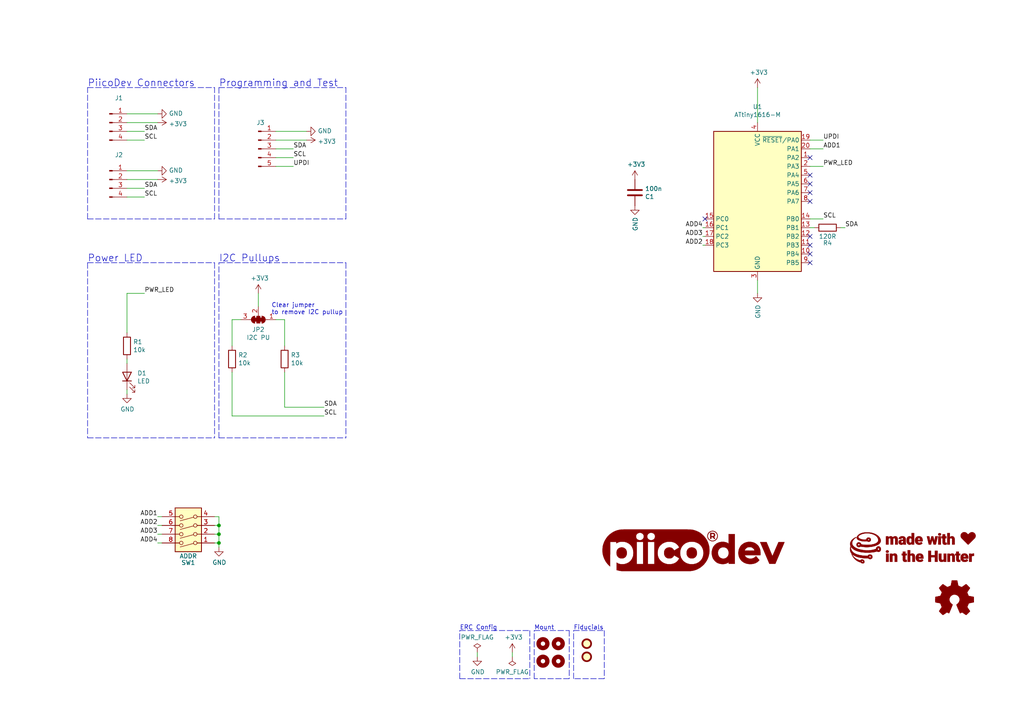
<source format=kicad_sch>
(kicad_sch (version 20211123) (generator eeschema)
  (paper "A4")
  (title_block (title "PiicoDev Radio") (rev "00") (company "Core Electronics") (comment 1 "Designed by Peter Johnston at") (comment 2 "PiicoDev and the PiicoDev logo are trademarks of Core Electronics Pty Ltd.") (comment 3 "License: CCASAv4.0 http://creativecommons.org/licenses/by-sa/4.0"))
  (lib_symbols
    (symbol "Connector:Conn_01x04_Male" (pin_names (offset 1.016) hide)
      (property "Reference" "J" (at 0 5.08 0))
      (property "Value" "Conn_01x04_Male" (at 0 -7.62 0))
      (symbol "Conn_01x04_Male_1_1"
        (pin passive line (at 5.08 2.54 180) (length 3.81) (name "Pin_1") (number "1"))
        (pin passive line (at 5.08 0 180) (length 3.81) (name "Pin_2") (number "2"))
        (pin passive line (at 5.08 -2.54 180) (length 3.81) (name "Pin_3") (number "3"))
        (pin passive line (at 5.08 -5.08 180) (length 3.81) (name "Pin_4") (number "4"))
      )
    )
    (symbol "Connector:Conn_01x05_Male" (pin_names (offset 1.016) hide)
      (property "Reference" "J" (at 0 7.62 0))
      (property "Value" "Conn_01x05_Male" (at 0 -7.62 0))
      (symbol "Conn_01x05_Male_1_1"
        (pin passive line (at 5.08 5.08 180) (length 3.81) (name "Pin_1") (number "1"))
        (pin passive line (at 5.08 2.54 180) (length 3.81) (name "Pin_2") (number "2"))
        (pin passive line (at 5.08 0 180) (length 3.81) (name "Pin_3") (number "3"))
        (pin passive line (at 5.08 -2.54 180) (length 3.81) (name "Pin_4") (number "4"))
        (pin passive line (at 5.08 -5.08 180) (length 3.81) (name "Pin_5") (number "5"))
      )
    )
    (symbol "CoreElectronics_Artwork:LOGO_CoreElectronics_no-text" (pin_names (offset 1.016)))
    (symbol "CoreElectronics_Artwork:LOGO_PiicoDev" (pin_names (offset 1.016)))
    (symbol "CoreElectronics_Artwork:LOGO_made-with-love" (pin_names (offset 1.016)))
    (symbol "Device:C" (pin_numbers hide) (pin_names (offset 0.254))
      (property "Reference" "C" (at 0.635 2.54 0))
      (property "Value" "C" (at 0.635 -2.54 0))
      (symbol "C_1_1"
        (pin passive line (at 0 3.81 270) (length 2.794) (name "~") (number "1"))
        (pin passive line (at 0 -3.81 90) (length 2.794) (name "~") (number "2"))
      )
    )
    (symbol "Device:LED" (pin_numbers hide) (pin_names (offset 1.016) hide)
      (property "Reference" "D" (at 0 2.54 0))
      (property "Value" "LED" (at 0 -2.54 0))
      (symbol "LED_1_1"
        (pin passive line (at -3.81 0 0) (length 2.54) (name "K") (number "1"))
        (pin passive line (at 3.81 0 180) (length 2.54) (name "A") (number "2"))
      )
    )
    (symbol "Device:R" (pin_numbers hide) (pin_names (offset 0))
      (property "Reference" "R" (at 2.032 0 90))
      (property "Value" "R" (at 0 0 90))
      (symbol "R_1_1"
        (pin passive line (at 0 3.81 270) (length 1.27) (name "~") (number "1"))
        (pin passive line (at 0 -3.81 90) (length 1.27) (name "~") (number "2"))
      )
    )
    (symbol "Graphic:Logo_Open_Hardware_Small" (pin_names (offset 1.016)))
    (symbol "Jumper:SolderJumper_3_Bridged123" (pin_names (offset 0) hide)
      (property "Reference" "JP" (at -2.54 -2.54 0))
      (property "Value" "SolderJumper_3_Bridged123" (at 0 2.794 0))
      (symbol "SolderJumper_3_Bridged123_1_1"
        (pin passive line (at -5.08 0 0) (length 2.54) (name "A") (number "1"))
        (pin passive line (at 0 -3.81 90) (length 2.54) (name "C") (number "2"))
        (pin passive line (at 5.08 0 180) (length 2.54) (name "B") (number "3"))
      )
    )
    (symbol "MCU_Microchip_ATtiny:ATtiny1616-M"
      (property "Reference" "U" (at -12.7 21.59 0))
      (property "Value" "ATtiny1616-M" (at 2.54 -21.59 0))
      (symbol "ATtiny1616-M_1_1"
        (pin bidirectional line (at 15.24 12.7 180) (length 2.54) (name "PA2") (number "1"))
        (pin bidirectional line (at 15.24 -15.24 180) (length 2.54) (name "PB4") (number "10"))
        (pin bidirectional line (at 15.24 -12.7 180) (length 2.54) (name "PB3") (number "11"))
        (pin bidirectional line (at 15.24 -10.16 180) (length 2.54) (name "PB2") (number "12"))
        (pin bidirectional line (at 15.24 -7.62 180) (length 2.54) (name "PB1") (number "13"))
        (pin bidirectional line (at 15.24 -5.08 180) (length 2.54) (name "PB0") (number "14"))
        (pin bidirectional line (at -15.24 -5.08 0) (length 2.54) (name "PC0") (number "15"))
        (pin bidirectional line (at -15.24 -7.62 0) (length 2.54) (name "PC1") (number "16"))
        (pin bidirectional line (at -15.24 -10.16 0) (length 2.54) (name "PC2") (number "17"))
        (pin bidirectional line (at -15.24 -12.7 0) (length 2.54) (name "PC3") (number "18"))
        (pin bidirectional line (at 15.24 17.78 180) (length 2.54) (name "~{RESET}/PA0") (number "19"))
        (pin bidirectional line (at 15.24 10.16 180) (length 2.54) (name "PA3") (number "2"))
        (pin bidirectional line (at 15.24 15.24 180) (length 2.54) (name "PA1") (number "20"))
        (pin passive line (at 0 -22.86 90) (length 2.54) hide (name "GND") (number "21"))
        (pin power_in line (at 0 -22.86 90) (length 2.54) (name "GND") (number "3"))
        (pin power_in line (at 0 22.86 270) (length 2.54) (name "VCC") (number "4"))
        (pin bidirectional line (at 15.24 7.62 180) (length 2.54) (name "PA4") (number "5"))
        (pin bidirectional line (at 15.24 5.08 180) (length 2.54) (name "PA5") (number "6"))
        (pin bidirectional line (at 15.24 2.54 180) (length 2.54) (name "PA6") (number "7"))
        (pin bidirectional line (at 15.24 0 180) (length 2.54) (name "PA7") (number "8"))
        (pin bidirectional line (at 15.24 -17.78 180) (length 2.54) (name "PB5") (number "9"))
      )
    )
    (symbol "Mechanical:Fiducial"
      (property "Reference" "FID" (at 0 5.08 0))
      (property "Value" "Fiducial" (at 0 3.175 0))
    )
    (symbol "Mechanical:MountingHole" (pin_names (offset 1.016))
      (property "Reference" "H" (at 0 5.08 0))
      (property "Value" "MountingHole" (at 0 3.175 0))
    )
    (symbol "Switch:SW_DIP_x04" (pin_names (offset 0) hide)
      (property "Reference" "SW" (at 0 8.89 0))
      (property "Value" "SW_DIP_x04" (at 0 -6.35 0))
      (symbol "SW_DIP_x04_1_1"
        (pin passive line (at -7.62 5.08 0) (length 5.08) (name "~") (number "1"))
        (pin passive line (at -7.62 2.54 0) (length 5.08) (name "~") (number "2"))
        (pin passive line (at -7.62 0 0) (length 5.08) (name "~") (number "3"))
        (pin passive line (at -7.62 -2.54 0) (length 5.08) (name "~") (number "4"))
        (pin passive line (at 7.62 -2.54 180) (length 5.08) (name "~") (number "5"))
        (pin passive line (at 7.62 0 180) (length 5.08) (name "~") (number "6"))
        (pin passive line (at 7.62 2.54 180) (length 5.08) (name "~") (number "7"))
        (pin passive line (at 7.62 5.08 180) (length 5.08) (name "~") (number "8"))
      )
    )
    (symbol "power:+3V3" (power) (pin_names (offset 0))
      (property "Value" "+3V3" (at 0 3.556 0))
      (symbol "+3V3_1_1"
        (pin power_in line (at 0 0 90) (length 0) hide (name "+3V3") (number "1"))
      )
    )
    (symbol "power:GND" (power) (pin_names (offset 0))
      (property "Value" "GND" (at 0 -3.81 0))
      (symbol "GND_1_1"
        (pin power_in line (at 0 0 270) (length 0) hide (name "GND") (number "1"))
      )
    )
    (symbol "power:PWR_FLAG" (power) (pin_numbers hide) (pin_names (offset 0) hide)
      (property "Value" "PWR_FLAG" (at 0 3.81 0))
      (symbol "PWR_FLAG_0_0"
        (pin power_out line (at 0 0 90) (length 0) (name "pwr") (number "1"))
      )
    )
  )
  (junction (at 63.5 157.48))
  (junction (at 63.5 154.94))
  (junction (at 63.5 152.4))
  (no_connect (at 204.47 63.5))
  (no_connect (at 234.95 73.66))
  (no_connect (at 234.95 71.12))
  (no_connect (at 234.95 55.88))
  (no_connect (at 234.95 76.2))
  (no_connect (at 234.95 45.72))
  (no_connect (at 234.95 58.42))
  (no_connect (at 234.95 50.8))
  (no_connect (at 234.95 53.34))
  (no_connect (at 234.95 68.58))
  (wire (pts (xy 36.83 35.56) (xy 45.72 35.56)))
  (polyline (pts (xy 63.5 63.5) (xy 100.33 63.5)))
  (wire (pts (xy 82.55 92.71) (xy 80.01 92.71)))
  (wire (pts (xy 138.43 189.23) (xy 138.43 190.5)))
  (polyline (pts (xy 25.4 76.2) (xy 25.4 127)))
  (wire (pts (xy 82.55 118.11) (xy 93.98 118.11)))
  (wire (pts (xy 63.5 157.48) (xy 63.5 158.75)))
  (wire (pts (xy 238.76 63.5) (xy 234.95 63.5)))
  (wire (pts (xy 45.72 154.94) (xy 46.99 154.94)))
  (wire (pts (xy 62.23 157.48) (xy 63.5 157.48)))
  (wire (pts (xy 45.72 149.86) (xy 46.99 149.86)))
  (wire (pts (xy 148.59 189.23) (xy 148.59 190.5)))
  (wire (pts (xy 62.23 154.94) (xy 63.5 154.94)))
  (wire (pts (xy 45.72 49.53) (xy 36.83 49.53)))
  (wire (pts (xy 36.83 85.09) (xy 36.83 96.52)))
  (polyline (pts (xy 100.33 63.5) (xy 100.33 25.4)))
  (polyline (pts (xy 154.94 196.85) (xy 154.94 182.88)))
  (polyline (pts (xy 175.26 196.85) (xy 166.37 196.85)))
  (wire (pts (xy 63.5 152.4) (xy 63.5 154.94)))
  (wire (pts (xy 67.31 107.95) (xy 67.31 120.65)))
  (wire (pts (xy 45.72 157.48) (xy 46.99 157.48)))
  (polyline (pts (xy 133.35 196.85) (xy 133.35 182.88)))
  (polyline (pts (xy 133.35 196.85) (xy 153.67 196.85)))
  (polyline (pts (xy 25.4 76.2) (xy 62.23 76.2)))
  (wire (pts (xy 243.84 66.04) (xy 245.11 66.04)))
  (wire (pts (xy 74.93 85.09) (xy 74.93 88.9)))
  (polyline (pts (xy 25.4 25.4) (xy 62.23 25.4)))
  (polyline (pts (xy 154.94 182.88) (xy 165.1 182.88)))
  (wire (pts (xy 80.01 48.26) (xy 85.09 48.26)))
  (polyline (pts (xy 133.35 182.88) (xy 153.67 182.88)))
  (polyline (pts (xy 63.5 127) (xy 100.33 127)))
  (wire (pts (xy 203.835 66.04) (xy 204.47 66.04)))
  (wire (pts (xy 234.95 66.04) (xy 236.22 66.04)))
  (polyline (pts (xy 175.26 182.88) (xy 175.26 196.85)))
  (wire (pts (xy 219.71 85.09) (xy 219.71 81.28)))
  (polyline (pts (xy 63.5 25.4) (xy 100.33 25.4)))
  (wire (pts (xy 85.09 45.72) (xy 80.01 45.72)))
  (wire (pts (xy 67.31 120.65) (xy 93.98 120.65)))
  (wire (pts (xy 203.835 68.58) (xy 204.47 68.58)))
  (wire (pts (xy 41.91 57.15) (xy 36.83 57.15)))
  (wire (pts (xy 36.83 105.41) (xy 36.83 104.14)))
  (polyline (pts (xy 166.37 182.88) (xy 175.26 182.88)))
  (wire (pts (xy 41.91 40.64) (xy 36.83 40.64)))
  (polyline (pts (xy 63.5 25.4) (xy 63.5 63.5)))
  (wire (pts (xy 234.95 48.26) (xy 238.76 48.26)))
  (polyline (pts (xy 100.33 76.2) (xy 100.33 127)))
  (wire (pts (xy 45.72 152.4) (xy 46.99 152.4)))
  (wire (pts (xy 67.31 100.33) (xy 67.31 92.71)))
  (wire (pts (xy 36.83 52.07) (xy 45.72 52.07)))
  (wire (pts (xy 63.5 149.86) (xy 62.23 149.86)))
  (polyline (pts (xy 25.4 63.5) (xy 25.4 25.4)))
  (polyline (pts (xy 63.5 127) (xy 63.5 76.2)))
  (wire (pts (xy 41.91 54.61) (xy 36.83 54.61)))
  (wire (pts (xy 203.835 71.12) (xy 204.47 71.12)))
  (wire (pts (xy 41.91 85.09) (xy 36.83 85.09)))
  (polyline (pts (xy 165.1 182.88) (xy 165.1 196.85)))
  (wire (pts (xy 219.71 35.56) (xy 219.71 25.4)))
  (wire (pts (xy 41.91 38.1) (xy 36.83 38.1)))
  (wire (pts (xy 63.5 154.94) (xy 63.5 157.48)))
  (wire (pts (xy 67.31 92.71) (xy 69.85 92.71)))
  (wire (pts (xy 234.95 43.18) (xy 238.76 43.18)))
  (wire (pts (xy 36.83 114.3) (xy 36.83 113.03)))
  (polyline (pts (xy 62.23 63.5) (xy 62.23 25.4)))
  (wire (pts (xy 88.9 38.1) (xy 80.01 38.1)))
  (wire (pts (xy 45.72 33.02) (xy 36.83 33.02)))
  (polyline (pts (xy 165.1 196.85) (xy 154.94 196.85)))
  (wire (pts (xy 82.55 100.33) (xy 82.55 92.71)))
  (polyline (pts (xy 153.67 182.88) (xy 153.67 196.85)))
  (wire (pts (xy 63.5 149.86) (xy 63.5 152.4)))
  (polyline (pts (xy 63.5 76.2) (xy 100.33 76.2)))
  (wire (pts (xy 62.23 152.4) (xy 63.5 152.4)))
  (polyline (pts (xy 25.4 127) (xy 62.23 127)))
  (polyline (pts (xy 166.37 196.85) (xy 166.37 182.88)))
  (polyline (pts (xy 62.23 76.2) (xy 62.23 127)))
  (wire (pts (xy 82.55 107.95) (xy 82.55 118.11)))
  (polyline (pts (xy 25.4 63.5) (xy 62.23 63.5)))
  (wire (pts (xy 85.09 43.18) (xy 80.01 43.18)))
  (wire (pts (xy 80.01 40.64) (xy 88.9 40.64)))
  (wire (pts (xy 234.95 40.64) (xy 238.76 40.64)))
  (text "PiicoDev Connectors" (at 25.4 25.4 0) (effects (font (size 2.0066 2.0066)) (justify left bottom)))
  (text "I2C Pullups" (at 63.5 76.2 0) (effects (font (size 2.0066 2.0066)) (justify left bottom)))
  (text "Power LED" (at 25.4 76.2 0) (effects (font (size 2.0066 2.0066)) (justify left bottom)))
  (text "Mount" (at 154.94 182.88 0) (effects (font (size 1.27 1.27)) (justify left bottom)))
  (text "Clear jumper \nto remove I2C pullup" (at 78.74 91.44 0) (effects (font (size 1.27 1.27)) (justify left bottom)))
  (text "Programming and Test" (at 63.5 25.4 0) (effects (font (size 2.0066 2.0066)) (justify left bottom)))
  (text "ERC Config" (at 133.35 182.88 0) (effects (font (size 1.27 1.27)) (justify left bottom)))
  (text "Fiducials" (at 166.37 182.88 0) (effects (font (size 1.27 1.27)) (justify left bottom)))
  (label "ADD3" (at 203.835 68.58 180))
  (label "PWR_LED" (at 41.91 85.09 0))
  (label "SDA" (at 41.91 38.1 0))
  (label "UPDI" (at 238.76 40.64 0))
  (label "SDA" (at 85.09 43.18 0))
  (label "UPDI" (at 85.09 48.26 0))
  (label "SCL" (at 85.09 45.72 0))
  (label "ADD1" (at 238.76 43.18 0))
  (label "SCL" (at 41.91 57.15 0))
  (label "SDA" (at 245.11 66.04 0))
  (label "PWR_LED" (at 238.76 48.26 0))
  (label "SDA" (at 93.98 118.11 0))
  (label "ADD3" (at 45.72 154.94 180))
  (label "ADD2" (at 203.835 71.12 180))
  (label "SCL" (at 41.91 40.64 0))
  (label "ADD4" (at 45.72 157.48 180))
  (label "ADD2" (at 45.72 152.4 180))
  (label "ADD1" (at 45.72 149.86 180))
  (label "SDA" (at 41.91 54.61 0))
  (label "ADD4" (at 203.835 66.04 180))
  (label "SCL" (at 238.76 63.5 0))
  (label "SCL" (at 93.98 120.65 0))
  (symbol (lib_id "CoreElectronics_Artwork:LOGO_PiicoDev") (at 203.2 160.02 0) (unit 1)
    (property "Reference" "G1" (effects hide))
    (property "Value" "LOGO_PiicoDev" (effects hide))
    (property "Footprint" "CoreElectronics_Artwork:piicodev_logo_14.2x3.4mm" (effects hide))
  )
  (symbol (lib_id "CoreElectronics_Artwork:LOGO_made-with-love") (at 269.24 158.75 0) (unit 1)
    (property "Reference" "G3" (effects hide))
    (property "Value" "LOGO_made-with-love" (effects hide))
    (property "Footprint" "CoreElectronics_Artwork:piicodev_logo_14.2x3.4mm" (effects hide))
  )
  (symbol (lib_id "CoreElectronics_Artwork:LOGO_CoreElectronics_no-text") (at 251.46 158.75 0) (unit 1)
    (property "Reference" "G2" (effects hide))
    (property "Value" "LOGO_CoreElectronics_no-text" (effects hide))
    (property "Footprint" "CoreElectronics_Artwork:CoreElectronics_logo_5mm_v2" (effects hide))
  )
  (symbol (lib_id "Graphic:Logo_Open_Hardware_Small") (at 276.86 173.99 0) (unit 1)
    (property "Reference" "LOGO1" (effects hide))
    (property "Value" "Logo_Open_Hardware_Small" (effects hide))
    (property "Footprint" "CoreElectronics_Artwork:oshw" (effects hide))
  )
  (symbol (lib_id "power:PWR_FLAG") (at 138.43 189.23 0) (unit 1)
    (property "Reference" "#FLG0102" (effects hide))
    (property "Value" "PWR_FLAG" (at 138.43 184.8358 0))
  )
  (symbol (lib_id "power:PWR_FLAG") (at 148.59 190.5 180) (unit 1)
    (property "Reference" "#FLG0101" (effects hide))
    (property "Value" "PWR_FLAG" (at 148.59 194.8942 0))
  )
  (symbol (lib_id "power:GND") (at 138.43 190.5 0) (unit 1)
    (property "Reference" "#PWR0105" (effects hide))
    (property "Value" "GND" (at 138.557 194.8942 0))
  )
  (symbol (lib_id "power:+3V3") (at 148.59 189.23 0) (unit 1)
    (property "Reference" "#PWR0106" (effects hide))
    (property "Value" "+3V3" (at 148.971 184.8358 0))
  )
  (symbol (lib_id "Mechanical:MountingHole") (at 157.48 191.77 0) (unit 1)
    (property "Reference" "H2" (effects hide))
    (property "Value" "MountingHole" (effects hide))
    (property "Footprint" "CoreElectronics_Components:MountingHole_2.7mm_M2.5_PadClearance_1.2" (effects hide))
  )
  (symbol (lib_id "Mechanical:MountingHole") (at 157.48 186.69 0) (unit 1)
    (property "Reference" "H1" (effects hide))
    (property "Value" "MountingHole" (effects hide))
    (property "Footprint" "CoreElectronics_Components:MountingHole_2.7mm_M2.5_PadClearance_1.2" (effects hide))
  )
  (symbol (lib_id "Mechanical:Fiducial") (at 170.18 190.5 0) (unit 1)
    (property "Reference" "FID2" (effects hide))
    (property "Value" "Fiducial" (effects hide))
    (property "Footprint" "Fiducial:Fiducial_1mm_Mask2mm" (effects hide))
  )
  (symbol (lib_id "Mechanical:Fiducial") (at 170.18 186.69 0) (unit 1)
    (property "Reference" "FID1" (effects hide))
    (property "Value" "Fiducial" (effects hide))
    (property "Footprint" "Fiducial:Fiducial_1mm_Mask2mm" (effects hide))
  )
  (symbol (lib_id "Connector:Conn_01x04_Male") (at 31.75 35.56 0) (unit 1)
    (property "Reference" "J1" (at 34.4932 28.4226 0))
    (property "Value" " " (at 34.4932 30.734 0))
    (property "Footprint" "Connector_JST:JST_SH_SM04B-SRSS-TB_1x04-1MP_P1.00mm_Horizontal" (effects hide))
  )
  (symbol (lib_id "power:+3V3") (at 45.72 35.56 270) (unit 1)
    (property "Reference" "#PWR0110" (effects hide))
    (property "Value" "+3V3" (at 48.9712 35.941 90) (effects (justify left)))
  )
  (symbol (lib_id "power:GND") (at 45.72 33.02 90) (unit 1)
    (property "Reference" "#PWR0108" (effects hide))
    (property "Value" "GND" (at 48.9712 32.893 90) (effects (justify right)))
  )
  (symbol (lib_id "Connector:Conn_01x04_Male") (at 31.75 52.07 0) (unit 1)
    (property "Reference" "J2" (at 34.4932 44.9326 0))
    (property "Value" " " (at 34.4932 47.244 0))
    (property "Footprint" "Connector_JST:JST_SH_SM04B-SRSS-TB_1x04-1MP_P1.00mm_Horizontal" (effects hide))
  )
  (symbol (lib_id "power:+3V3") (at 45.72 52.07 270) (unit 1)
    (property "Reference" "#PWR0109" (effects hide))
    (property "Value" "+3V3" (at 48.9712 52.451 90) (effects (justify left)))
  )
  (symbol (lib_id "power:GND") (at 45.72 49.53 90) (unit 1)
    (property "Reference" "#PWR0111" (effects hide))
    (property "Value" "GND" (at 48.9712 49.403 90) (effects (justify right)))
  )
  (symbol (lib_id "Device:R") (at 82.55 104.14 0) (unit 1)
    (property "Reference" "R3" (at 84.328 102.9716 0) (effects (justify left)))
    (property "Value" "10k" (at 84.328 105.283 0) (effects (justify left)))
    (property "Footprint" "Resistor_SMD:R_0402_1005Metric" (effects hide))
  )
  (symbol (lib_id "Jumper:SolderJumper_3_Bridged123") (at 74.93 92.71 180) (unit 1)
    (property "Reference" "JP2" (at 74.93 95.5802 0))
    (property "Value" "I2C PU" (at 74.93 97.8916 0))
    (property "Footprint" "CoreElectronics_Components:SolderJumper-3_P1.3mm_Closed_RoundedPad1.0x1.5mm_NumberLabels" (effects hide))
  )
  (symbol (lib_id "Device:R") (at 67.31 104.14 0) (unit 1)
    (property "Reference" "R2" (at 69.088 102.9716 0) (effects (justify left)))
    (property "Value" "10k" (at 69.088 105.283 0) (effects (justify left)))
    (property "Footprint" "Resistor_SMD:R_0402_1005Metric" (effects hide))
  )
  (symbol (lib_id "power:+3V3") (at 74.93 85.09 0) (unit 1)
    (property "Reference" "#PWR0101" (effects hide))
    (property "Value" "+3V3" (at 75.311 80.6958 0))
  )
  (symbol (lib_id "Device:LED") (at 36.83 109.22 90) (unit 1)
    (property "Reference" "D1" (at 39.8272 108.2294 90) (effects (justify right)))
    (property "Value" "LED" (at 39.8272 110.5408 90) (effects (justify right)))
    (property "Footprint" "LED_SMD:LED_0603_1608Metric" (effects hide))
  )
  (symbol (lib_id "power:GND") (at 36.83 114.3 0) (unit 1)
    (property "Reference" "#PWR0107" (effects hide))
    (property "Value" "GND" (at 36.957 118.6942 0))
  )
  (symbol (lib_id "Device:R") (at 36.83 100.33 0) (unit 1)
    (property "Reference" "R1" (at 38.608 99.1616 0) (effects (justify left)))
    (property "Value" "10k" (at 38.608 101.473 0) (effects (justify left)))
    (property "Footprint" "Resistor_SMD:R_0402_1005Metric" (effects hide))
  )
  (symbol (lib_id "MCU_Microchip_ATtiny:ATtiny1616-M") (at 219.71 58.42 0) (unit 1)
    (property "Reference" "U1" (at 219.71 30.9626 0))
    (property "Value" "ATtiny1616-M" (at 219.71 33.274 0))
    (property "Footprint" "Package_DFN_QFN:VQFN-20-1EP_3x3mm_P0.4mm_EP1.7x1.7mm" (effects hide))
    (property "Datasheet" "http://ww1.microchip.com/downloads/en/DeviceDoc/ATtiny3216_ATtiny1616-data-sheet-40001997B.pdf" (effects hide))
  )
  (symbol (lib_id "power:+3V3") (at 219.71 25.4 0) (unit 1)
    (property "Reference" "#PWR0113" (effects hide))
    (property "Value" "+3V3" (at 220.091 21.0058 0))
  )
  (symbol (lib_id "power:GND") (at 219.71 85.09 0) (unit 1)
    (property "Reference" "#PWR0112" (effects hide))
    (property "Value" "GND" (at 219.837 88.3412 90) (effects (justify right)))
  )
  (symbol (lib_id "power:GND") (at 184.15 59.69 0) (unit 1)
    (property "Reference" "#PWR0104" (effects hide))
    (property "Value" "GND" (at 184.277 62.9412 90) (effects (justify right)))
  )
  (symbol (lib_id "power:+3V3") (at 184.15 52.07 0) (unit 1)
    (property "Reference" "#PWR0103" (effects hide))
    (property "Value" "+3V3" (at 184.531 47.6758 0))
  )
  (symbol (lib_id "Device:C") (at 184.15 55.88 0) (mirror x) (unit 1)
    (property "Reference" "C1" (at 187.071 57.0484 0) (effects (justify left)))
    (property "Value" "100n" (at 187.071 54.737 0) (effects (justify left)))
    (property "Footprint" "Capacitor_SMD:C_0402_1005Metric" (effects hide))
  )
  (symbol (lib_id "Switch:SW_DIP_x04") (at 54.61 152.4 180) (unit 1)
    (property "Reference" "SW1" (at 54.61 163.195 0))
    (property "Value" "ADDR" (at 54.61 161.29 0))
    (property "Footprint" "CoreElectronics_Components:SW_DIP_x04_Slide_CHS-04A1" (effects hide))
  )
  (symbol (lib_id "power:GND") (at 63.5 158.75 0) (unit 1)
    (property "Reference" "#PWR0102" (effects hide))
    (property "Value" "GND" (at 63.627 163.1442 0))
  )
  (symbol (lib_id "Mechanical:MountingHole") (at 161.925 191.77 0) (unit 1)
    (property "Reference" "H4" (effects hide))
    (property "Value" "MountingHole" (effects hide))
    (property "Footprint" "CoreElectronics_Components:MountingHole_2.7mm_M2.5_PadClearance_1.2" (effects hide))
  )
  (symbol (lib_id "Mechanical:MountingHole") (at 161.925 186.69 0) (unit 1)
    (property "Reference" "H3" (effects hide))
    (property "Value" "MountingHole" (effects hide))
    (property "Footprint" "CoreElectronics_Components:MountingHole_2.7mm_M2.5_PadClearance_1.2" (effects hide))
  )
  (symbol (lib_id "Connector:Conn_01x05_Male") (at 74.93 43.18 0) (unit 1)
    (property "Reference" "J3" (at 75.565 35.56 0))
    (property "Value" "Conn_01x05_Male" (effects hide))
    (property "Footprint" "CoreElectronics_Components:TestPoint_Pad_D1.0mm_x05_Pattern1" (effects hide))
  )
  (symbol (lib_id "Device:R") (at 240.03 66.04 90) (unit 1)
    (property "Reference" "R4" (at 240.03 70.485 90))
    (property "Value" "120R" (at 240.03 68.58 90))
    (property "Footprint" "Resistor_SMD:R_0402_1005Metric" (effects hide))
  )
  (symbol (lib_id "power:GND") (at 88.9 38.1 90) (unit 1)
    (property "Reference" "#PWR0116" (effects hide))
    (property "Value" "GND" (at 92.1512 37.973 90) (effects (justify right)))
  )
  (symbol (lib_id "power:+3V3") (at 88.9 40.64 270) (unit 1)
    (property "Reference" "#PWR0117" (effects hide))
    (property "Value" "+3V3" (at 92.1512 41.021 90) (effects (justify left)))
  )
)
</source>
